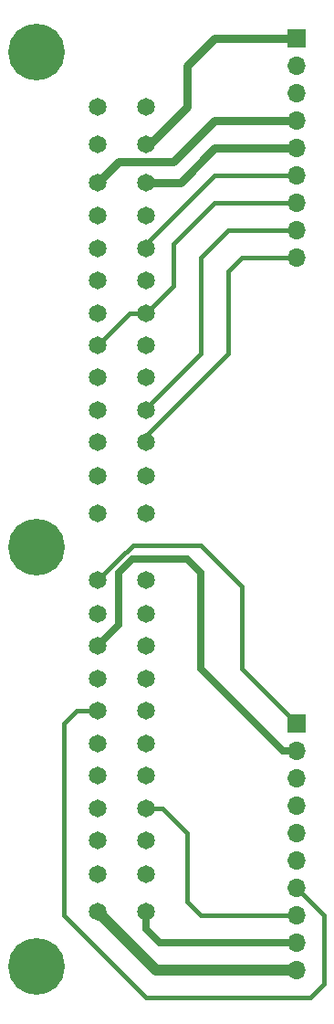
<source format=gbr>
%TF.GenerationSoftware,KiCad,Pcbnew,(5.1.6)-1*%
%TF.CreationDate,2021-09-19T14:55:01-05:00*%
%TF.ProjectId,BptoMega2,4270746f-4d65-4676-9132-2e6b69636164,rev?*%
%TF.SameCoordinates,Original*%
%TF.FileFunction,Copper,L1,Top*%
%TF.FilePolarity,Positive*%
%FSLAX46Y46*%
G04 Gerber Fmt 4.6, Leading zero omitted, Abs format (unit mm)*
G04 Created by KiCad (PCBNEW (5.1.6)-1) date 2021-09-19 14:55:01*
%MOMM*%
%LPD*%
G01*
G04 APERTURE LIST*
%TA.AperFunction,ComponentPad*%
%ADD10C,1.650000*%
%TD*%
%TA.AperFunction,ComponentPad*%
%ADD11C,5.250000*%
%TD*%
%TA.AperFunction,ComponentPad*%
%ADD12R,1.700000X1.700000*%
%TD*%
%TA.AperFunction,ComponentPad*%
%ADD13O,1.700000X1.700000*%
%TD*%
%TA.AperFunction,Conductor*%
%ADD14C,0.700000*%
%TD*%
%TA.AperFunction,Conductor*%
%ADD15C,0.800000*%
%TD*%
%TA.AperFunction,Conductor*%
%ADD16C,1.000000*%
%TD*%
%TA.AperFunction,Conductor*%
%ADD17C,0.400000*%
%TD*%
G04 APERTURE END LIST*
D10*
%TO.P,J1,1*%
%TO.N,Net-(J1-Pad1)*%
X71120000Y-74930000D03*
%TO.P,J1,2*%
%TO.N,IDLE*%
X71120000Y-78430000D03*
%TO.P,J1,3*%
%TO.N,INJ_1*%
X71120000Y-81930000D03*
%TO.P,J1,4*%
%TO.N,GND*%
X71120000Y-109130000D03*
%TO.P,J1,5*%
X71120000Y-112630000D03*
%TO.P,J1,6*%
%TO.N,Net-(J1-Pad6)*%
X66620000Y-74930000D03*
%TO.P,J1,7*%
%TO.N,Net-(J1-Pad7)*%
X66620000Y-78430000D03*
%TO.P,J1,8*%
%TO.N,INJ_2*%
X66620000Y-81930000D03*
%TO.P,J1,9*%
%TO.N,GND*%
X66620000Y-109130000D03*
%TO.P,J1,10*%
X66620000Y-112630000D03*
%TO.P,J1,11*%
%TO.N,Net-(J1-Pad11)*%
X71120000Y-118830000D03*
%TO.P,J1,12*%
%TO.N,Net-(J1-Pad12)*%
X71120000Y-146030000D03*
%TO.P,J1,13*%
%TO.N,Const_12V*%
X71120000Y-149530000D03*
%TO.P,J1,14*%
%TO.N,LAUNCH*%
X66620000Y-118830000D03*
%TO.P,J1,15*%
%TO.N,Net-(J1-Pad15)*%
X66620000Y-146030000D03*
%TO.P,J1,16*%
%TO.N,12V-SW*%
X66620000Y-149530000D03*
%TO.P,J1,17*%
%TO.N,Net-(J1-Pad17)*%
X71120000Y-85030000D03*
%TO.P,J1,18*%
%TO.N,CLT*%
X71120000Y-88030000D03*
%TO.P,J1,19*%
%TO.N,Net-(J1-Pad19)*%
X71120000Y-91030000D03*
%TO.P,J1,20*%
%TO.N,TPS_IN*%
X71120000Y-94030000D03*
%TO.P,J1,21*%
%TO.N,Net-(J1-Pad21)*%
X71120000Y-97030000D03*
%TO.P,J1,22*%
%TO.N,Net-(J1-Pad22)*%
X71120000Y-100030000D03*
%TO.P,J1,23*%
%TO.N,CAM*%
X71120000Y-103030000D03*
%TO.P,J1,24*%
%TO.N,CRANK*%
X71120000Y-106030000D03*
%TO.P,J1,25*%
%TO.N,Net-(J1-Pad25)*%
X66620000Y-85030000D03*
%TO.P,J1,26*%
%TO.N,Net-(J1-Pad26)*%
X66620000Y-88030000D03*
%TO.P,J1,27*%
%TO.N,IAT*%
X66620000Y-91030000D03*
%TO.P,J1,28*%
%TO.N,O2*%
X66620000Y-94030000D03*
%TO.P,J1,29*%
%TO.N,TPS_IN*%
X66620000Y-97030000D03*
%TO.P,J1,30*%
%TO.N,Net-(J1-Pad30)*%
X66620000Y-100030000D03*
%TO.P,J1,31*%
%TO.N,Net-(J1-Pad31)*%
X66620000Y-103030000D03*
%TO.P,J1,32*%
%TO.N,Net-(J1-Pad32)*%
X66620000Y-106030000D03*
%TO.P,J1,33*%
%TO.N,Net-(J1-Pad33)*%
X71120000Y-121930000D03*
%TO.P,J1,34*%
%TO.N,Net-(J1-Pad34)*%
X71120000Y-124930000D03*
%TO.P,J1,35*%
%TO.N,Net-(J1-Pad35)*%
X71120000Y-127930000D03*
%TO.P,J1,36*%
%TO.N,Net-(J1-Pad36)*%
X71120000Y-130930000D03*
%TO.P,J1,37*%
%TO.N,Net-(J1-Pad37)*%
X71120000Y-133930000D03*
%TO.P,J1,38*%
%TO.N,Net-(J1-Pad38)*%
X71120000Y-136930000D03*
%TO.P,J1,39*%
%TO.N,IGN-1*%
X71120000Y-139930000D03*
%TO.P,J1,40*%
%TO.N,Net-(J1-Pad40)*%
X71120000Y-142930000D03*
%TO.P,J1,41*%
%TO.N,Net-(J1-Pad41)*%
X66620000Y-121930000D03*
%TO.P,J1,42*%
%TO.N,FAN*%
X66620000Y-124930000D03*
%TO.P,J1,43*%
%TO.N,Net-(J1-Pad43)*%
X66620000Y-127930000D03*
%TO.P,J1,44*%
%TO.N,VREF*%
X66620000Y-130930000D03*
%TO.P,J1,45*%
%TO.N,Net-(J1-Pad45)*%
X66620000Y-133930000D03*
%TO.P,J1,46*%
%TO.N,Net-(J1-Pad46)*%
X66620000Y-136930000D03*
%TO.P,J1,47*%
%TO.N,Net-(J1-Pad47)*%
X66620000Y-139930000D03*
%TO.P,J1,48*%
%TO.N,Net-(J1-Pad48)*%
X66620000Y-142930000D03*
D11*
%TO.P,J1,MH1*%
%TO.N,Net-(J1-PadMH1)*%
X60920000Y-154580000D03*
%TO.P,J1,MH2*%
%TO.N,Net-(J1-PadMH2)*%
X60920000Y-115730000D03*
%TO.P,J1,MH3*%
%TO.N,Net-(J1-PadMH3)*%
X60920000Y-69880000D03*
%TD*%
D12*
%TO.P,J2,1*%
%TO.N,IDLE*%
X85090000Y-68580000D03*
D13*
%TO.P,J2,2*%
%TO.N,IAT*%
X85090000Y-71120000D03*
%TO.P,J2,3*%
%TO.N,O2*%
X85090000Y-73660000D03*
%TO.P,J2,4*%
%TO.N,INJ_2*%
X85090000Y-76200000D03*
%TO.P,J2,5*%
%TO.N,INJ_1*%
X85090000Y-78740000D03*
%TO.P,J2,6*%
%TO.N,CLT*%
X85090000Y-81280000D03*
%TO.P,J2,7*%
%TO.N,TPS_IN*%
X85090000Y-83820000D03*
%TO.P,J2,8*%
%TO.N,CAM*%
X85090000Y-86360000D03*
%TO.P,J2,9*%
%TO.N,CRANK*%
X85090000Y-88900000D03*
%TD*%
D12*
%TO.P,J3,1*%
%TO.N,LAUNCH*%
X85090000Y-132080000D03*
D13*
%TO.P,J3,2*%
%TO.N,FAN*%
X85090000Y-134620000D03*
%TO.P,J3,3*%
%TO.N,GND*%
X85090000Y-137160000D03*
%TO.P,J3,4*%
X85090000Y-139700000D03*
%TO.P,J3,5*%
X85090000Y-142240000D03*
%TO.P,J3,6*%
X85090000Y-144780000D03*
%TO.P,J3,7*%
%TO.N,VREF*%
X85090000Y-147320000D03*
%TO.P,J3,8*%
%TO.N,IGN-1*%
X85090000Y-149860000D03*
%TO.P,J3,9*%
%TO.N,Const_12V*%
X85090000Y-152400000D03*
%TO.P,J3,10*%
%TO.N,12V-SW*%
X85090000Y-154940000D03*
%TD*%
D14*
%TO.N,Const_12V*%
X71120000Y-149530000D02*
X71120000Y-151130000D01*
X71120000Y-151130000D02*
X72390000Y-152400000D01*
X72390000Y-152400000D02*
X85090000Y-152400000D01*
D15*
%TO.N,INJ_1*%
X77470000Y-78740000D02*
X85090000Y-78740000D01*
X71120000Y-81930000D02*
X74280000Y-81930000D01*
X74280000Y-81930000D02*
X77470000Y-78740000D01*
%TO.N,INJ_2*%
X77470000Y-76200000D02*
X85090000Y-76200000D01*
X73660000Y-80010000D02*
X77470000Y-76200000D01*
X66620000Y-81930000D02*
X68540000Y-80010000D01*
X68540000Y-80010000D02*
X73660000Y-80010000D01*
D16*
%TO.N,12V-SW*%
X72030000Y-154940000D02*
X85090000Y-154940000D01*
X66620000Y-149530000D02*
X72030000Y-154940000D01*
D17*
%TO.N,CLT*%
X77470000Y-81280000D02*
X85090000Y-81280000D01*
X71120000Y-88030000D02*
X71120000Y-87630000D01*
X71120000Y-87630000D02*
X77470000Y-81280000D01*
%TO.N,CAM*%
X76200000Y-97790000D02*
X71120000Y-102870000D01*
X76200000Y-88900000D02*
X76200000Y-97790000D01*
X85090000Y-86360000D02*
X78740000Y-86360000D01*
X71120000Y-102870000D02*
X71120000Y-103030000D01*
X78740000Y-86360000D02*
X76200000Y-88900000D01*
%TO.N,CRANK*%
X78740000Y-90170000D02*
X80010000Y-88900000D01*
X78740000Y-97790000D02*
X78740000Y-90170000D01*
X80010000Y-88900000D02*
X85090000Y-88900000D01*
X71120000Y-106030000D02*
X71120000Y-105410000D01*
X71120000Y-105410000D02*
X78740000Y-97790000D01*
%TO.N,IGN-1*%
X74930000Y-148590000D02*
X76200000Y-149860000D01*
X74930000Y-142240000D02*
X74930000Y-148590000D01*
X71120000Y-139930000D02*
X72620000Y-139930000D01*
X76200000Y-149860000D02*
X85090000Y-149860000D01*
X72620000Y-139930000D02*
X74930000Y-142240000D01*
D15*
%TO.N,IDLE*%
X77470000Y-68580000D02*
X85090000Y-68580000D01*
X74930000Y-71120000D02*
X77470000Y-68580000D01*
X74930000Y-74930000D02*
X74930000Y-71120000D01*
X71120000Y-78430000D02*
X71430000Y-78430000D01*
X71430000Y-78430000D02*
X74930000Y-74930000D01*
D17*
%TO.N,LAUNCH*%
X68580000Y-116870000D02*
X66620000Y-118830000D01*
X76200000Y-115570000D02*
X69880000Y-115570000D01*
X85090000Y-132080000D02*
X80010000Y-127000000D01*
X80010000Y-127000000D02*
X80010000Y-119380000D01*
X80010000Y-119380000D02*
X76200000Y-115570000D01*
X69880000Y-115570000D02*
X68580000Y-116870000D01*
%TO.N,TPS_IN*%
X69620000Y-94030000D02*
X66620000Y-97030000D01*
X71120000Y-94030000D02*
X69620000Y-94030000D01*
X77470000Y-83820000D02*
X85090000Y-83820000D01*
X73660000Y-87630000D02*
X77470000Y-83820000D01*
X71120000Y-94030000D02*
X73660000Y-91490000D01*
X73660000Y-91490000D02*
X73660000Y-87630000D01*
D14*
%TO.N,FAN*%
X83820000Y-134620000D02*
X85090000Y-134620000D01*
X76200000Y-127000000D02*
X83820000Y-134620000D01*
X76200000Y-118110000D02*
X76200000Y-127000000D01*
X69850000Y-116840000D02*
X74930000Y-116840000D01*
X68580000Y-122970000D02*
X68580000Y-118110000D01*
X74930000Y-116840000D02*
X76200000Y-118110000D01*
X66620000Y-124930000D02*
X68580000Y-122970000D01*
X68580000Y-118110000D02*
X69850000Y-116840000D01*
D17*
%TO.N,VREF*%
X64650000Y-130930000D02*
X63500000Y-132080000D01*
X87630000Y-149860000D02*
X85090000Y-147320000D01*
X63500000Y-132080000D02*
X63500000Y-149860000D01*
X87630000Y-156210000D02*
X87630000Y-149860000D01*
X63500000Y-149860000D02*
X71120000Y-157480000D01*
X86360000Y-157480000D02*
X87630000Y-156210000D01*
X66620000Y-130930000D02*
X64650000Y-130930000D01*
X71120000Y-157480000D02*
X86360000Y-157480000D01*
%TD*%
M02*

</source>
